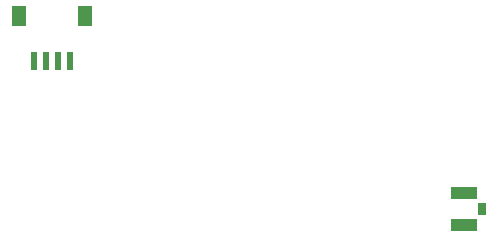
<source format=gbr>
G04 #@! TF.GenerationSoftware,KiCad,Pcbnew,5.0.2-bee76a0~70~ubuntu18.04.1*
G04 #@! TF.CreationDate,2019-01-02T19:48:11-06:00*
G04 #@! TF.ProjectId,Adafruit Feather M0 RFMxx,41646166-7275-4697-9420-466561746865,rev?*
G04 #@! TF.SameCoordinates,Original*
G04 #@! TF.FileFunction,Paste,Bot*
G04 #@! TF.FilePolarity,Positive*
%FSLAX46Y46*%
G04 Gerber Fmt 4.6, Leading zero omitted, Abs format (unit mm)*
G04 Created by KiCad (PCBNEW 5.0.2-bee76a0~70~ubuntu18.04.1) date Wed 02 Jan 2019 07:48:11 PM CST*
%MOMM*%
%LPD*%
G01*
G04 APERTURE LIST*
%ADD10R,0.800000X1.000000*%
%ADD11R,2.200000X1.050000*%
%ADD12R,0.600000X1.550000*%
%ADD13R,1.200000X1.800000*%
G04 APERTURE END LIST*
D10*
G04 #@! TO.C,X4*
X170219100Y-111353600D03*
D11*
X168694100Y-109978600D03*
X168694100Y-112728600D03*
G04 #@! TD*
D12*
G04 #@! TO.C,JP7*
X132352000Y-98871000D03*
X133352000Y-98871000D03*
X134352000Y-98871000D03*
X135352000Y-98871000D03*
D13*
X131052000Y-94996000D03*
X136652000Y-94996000D03*
G04 #@! TD*
M02*

</source>
